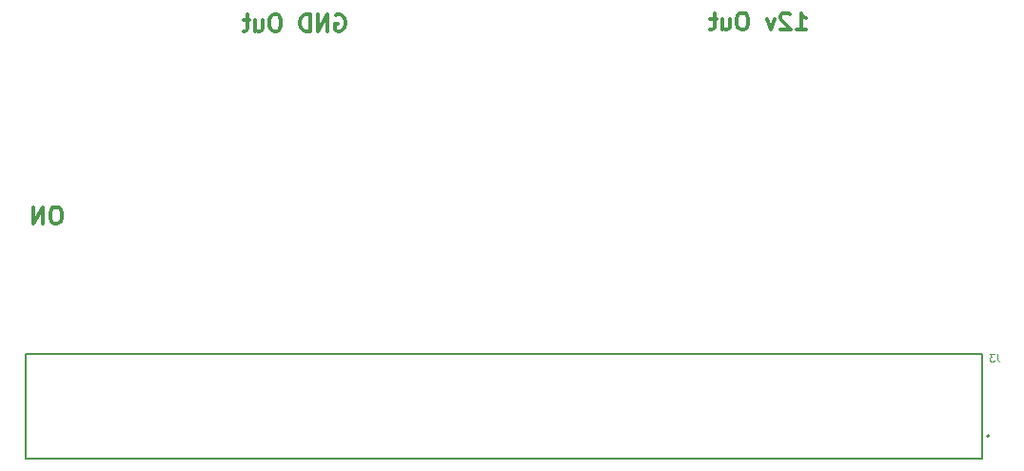
<source format=gbr>
G04 #@! TF.GenerationSoftware,KiCad,Pcbnew,(5.1.5)-3*
G04 #@! TF.CreationDate,2020-03-13T23:39:14-04:00*
G04 #@! TF.ProjectId,Power_Breakout,506f7765-725f-4427-9265-616b6f75742e,rev?*
G04 #@! TF.SameCoordinates,Original*
G04 #@! TF.FileFunction,Legend,Bot*
G04 #@! TF.FilePolarity,Positive*
%FSLAX46Y46*%
G04 Gerber Fmt 4.6, Leading zero omitted, Abs format (unit mm)*
G04 Created by KiCad (PCBNEW (5.1.5)-3) date 2020-03-13 23:39:14*
%MOMM*%
%LPD*%
G04 APERTURE LIST*
%ADD10C,0.300000*%
%ADD11C,0.127000*%
%ADD12C,0.200000*%
%ADD13C,0.150000*%
%ADD14C,0.015000*%
G04 APERTURE END LIST*
D10*
X120079971Y-139513571D02*
X119794257Y-139513571D01*
X119651400Y-139585000D01*
X119508542Y-139727857D01*
X119437114Y-140013571D01*
X119437114Y-140513571D01*
X119508542Y-140799285D01*
X119651400Y-140942142D01*
X119794257Y-141013571D01*
X120079971Y-141013571D01*
X120222828Y-140942142D01*
X120365685Y-140799285D01*
X120437114Y-140513571D01*
X120437114Y-140013571D01*
X120365685Y-139727857D01*
X120222828Y-139585000D01*
X120079971Y-139513571D01*
X118794257Y-141013571D02*
X118794257Y-139513571D01*
X117937114Y-141013571D01*
X117937114Y-139513571D01*
X144831142Y-122440000D02*
X144974000Y-122368571D01*
X145188285Y-122368571D01*
X145402571Y-122440000D01*
X145545428Y-122582857D01*
X145616857Y-122725714D01*
X145688285Y-123011428D01*
X145688285Y-123225714D01*
X145616857Y-123511428D01*
X145545428Y-123654285D01*
X145402571Y-123797142D01*
X145188285Y-123868571D01*
X145045428Y-123868571D01*
X144831142Y-123797142D01*
X144759714Y-123725714D01*
X144759714Y-123225714D01*
X145045428Y-123225714D01*
X144116857Y-123868571D02*
X144116857Y-122368571D01*
X143259714Y-123868571D01*
X143259714Y-122368571D01*
X142545428Y-123868571D02*
X142545428Y-122368571D01*
X142188285Y-122368571D01*
X141974000Y-122440000D01*
X141831142Y-122582857D01*
X141759714Y-122725714D01*
X141688285Y-123011428D01*
X141688285Y-123225714D01*
X141759714Y-123511428D01*
X141831142Y-123654285D01*
X141974000Y-123797142D01*
X142188285Y-123868571D01*
X142545428Y-123868571D01*
X139616857Y-122368571D02*
X139331142Y-122368571D01*
X139188285Y-122440000D01*
X139045428Y-122582857D01*
X138974000Y-122868571D01*
X138974000Y-123368571D01*
X139045428Y-123654285D01*
X139188285Y-123797142D01*
X139331142Y-123868571D01*
X139616857Y-123868571D01*
X139759714Y-123797142D01*
X139902571Y-123654285D01*
X139974000Y-123368571D01*
X139974000Y-122868571D01*
X139902571Y-122582857D01*
X139759714Y-122440000D01*
X139616857Y-122368571D01*
X137688285Y-122868571D02*
X137688285Y-123868571D01*
X138331142Y-122868571D02*
X138331142Y-123654285D01*
X138259714Y-123797142D01*
X138116857Y-123868571D01*
X137902571Y-123868571D01*
X137759714Y-123797142D01*
X137688285Y-123725714D01*
X137188285Y-122868571D02*
X136616857Y-122868571D01*
X136974000Y-122368571D02*
X136974000Y-123654285D01*
X136902571Y-123797142D01*
X136759714Y-123868571D01*
X136616857Y-123868571D01*
X185820428Y-123741571D02*
X186677571Y-123741571D01*
X186249000Y-123741571D02*
X186249000Y-122241571D01*
X186391857Y-122455857D01*
X186534714Y-122598714D01*
X186677571Y-122670142D01*
X185249000Y-122384428D02*
X185177571Y-122313000D01*
X185034714Y-122241571D01*
X184677571Y-122241571D01*
X184534714Y-122313000D01*
X184463285Y-122384428D01*
X184391857Y-122527285D01*
X184391857Y-122670142D01*
X184463285Y-122884428D01*
X185320428Y-123741571D01*
X184391857Y-123741571D01*
X183891857Y-122741571D02*
X183534714Y-123741571D01*
X183177571Y-122741571D01*
X181177571Y-122241571D02*
X180891857Y-122241571D01*
X180749000Y-122313000D01*
X180606142Y-122455857D01*
X180534714Y-122741571D01*
X180534714Y-123241571D01*
X180606142Y-123527285D01*
X180749000Y-123670142D01*
X180891857Y-123741571D01*
X181177571Y-123741571D01*
X181320428Y-123670142D01*
X181463285Y-123527285D01*
X181534714Y-123241571D01*
X181534714Y-122741571D01*
X181463285Y-122455857D01*
X181320428Y-122313000D01*
X181177571Y-122241571D01*
X179249000Y-122741571D02*
X179249000Y-123741571D01*
X179891857Y-122741571D02*
X179891857Y-123527285D01*
X179820428Y-123670142D01*
X179677571Y-123741571D01*
X179463285Y-123741571D01*
X179320428Y-123670142D01*
X179249000Y-123598714D01*
X178749000Y-122741571D02*
X178177571Y-122741571D01*
X178534714Y-122241571D02*
X178534714Y-123527285D01*
X178463285Y-123670142D01*
X178320428Y-123741571D01*
X178177571Y-123741571D01*
D11*
X117221000Y-154226400D02*
X117221000Y-160276400D01*
X202311000Y-152576400D02*
X202311000Y-161926400D01*
D12*
X202986000Y-159881400D02*
G75*
G03X202986000Y-159881400I-100000J0D01*
G01*
D11*
X117221000Y-161926400D02*
X202311000Y-161926400D01*
D13*
X117221000Y-152576400D02*
X117221000Y-161926400D01*
D11*
X202311000Y-152576400D02*
X117221000Y-152576400D01*
D14*
X203667515Y-152582624D02*
X203667515Y-153040157D01*
X203698017Y-153131664D01*
X203759021Y-153192668D01*
X203850528Y-153223170D01*
X203911532Y-153223170D01*
X203423497Y-152582624D02*
X203026969Y-152582624D01*
X203240484Y-152826642D01*
X203148978Y-152826642D01*
X203087973Y-152857144D01*
X203057471Y-152887646D01*
X203026969Y-152948651D01*
X203026969Y-153101162D01*
X203057471Y-153162166D01*
X203087973Y-153192668D01*
X203148978Y-153223170D01*
X203331991Y-153223170D01*
X203392995Y-153192668D01*
X203423497Y-153162166D01*
M02*

</source>
